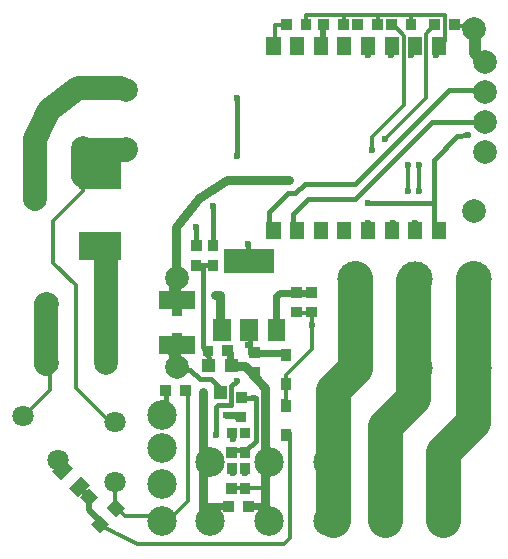
<source format=gbr>
%FSLAX32Y32*%
%MOMM*%
%LNKUPFERSEITE2*%
G71*
G01*
%ADD10C, 2.00*%
%ADD11C, 3.00*%
%ADD12C, 2.50*%
%ADD13C, 3.00*%
%ADD14C, 1.00*%
%ADD15C, 0.80*%
%ADD16C, 0.60*%
%ADD17C, 2.00*%
%ADD18C, 2.00*%
%ADD19C, 0.40*%
%ADD20C, 0.60*%
%ADD21C, 2.00*%
%ADD22C, 1.80*%
%ADD23C, 0.30*%
%ADD24C, 0.50*%
%LPD*%
X5409Y6454D02*
G54D10*
D03*
X5409Y5701D02*
G54D10*
D03*
X6922Y5698D02*
G54D11*
D03*
X6922Y6451D02*
G54D11*
D03*
X7424Y5698D02*
G54D11*
D03*
X7424Y6451D02*
G54D11*
D03*
X7926Y5698D02*
G54D11*
D03*
X7926Y6451D02*
G54D11*
D03*
X5691Y4396D02*
G54D12*
D03*
X5691Y4896D02*
G54D12*
D03*
X6191Y4396D02*
G54D12*
D03*
X6191Y4896D02*
G54D12*
D03*
X6691Y4396D02*
G54D12*
D03*
X6691Y4896D02*
G54D12*
D03*
X7191Y4396D02*
G54D12*
D03*
X7191Y4896D02*
G54D12*
D03*
X7691Y4396D02*
G54D12*
D03*
X7691Y4896D02*
G54D12*
D03*
G54D13*
X7668Y4412D02*
X7668Y4984D01*
X7922Y5238D01*
X7922Y6460D01*
G54D13*
X7414Y6444D02*
X7414Y5444D01*
X7176Y5206D01*
X7176Y4412D01*
G54D13*
X6922Y6460D02*
X6922Y5698D01*
X6731Y5507D01*
X6731Y4412D01*
X5286Y5301D02*
G54D12*
D03*
X5286Y5015D02*
G54D12*
D03*
X5286Y4396D02*
G54D12*
D03*
G36*
X5562Y6344D02*
X5562Y6194D01*
X5262Y6194D01*
X5262Y6344D01*
X5562Y6344D01*
G37*
G36*
X5562Y5964D02*
X5562Y5814D01*
X5262Y5814D01*
X5262Y5964D01*
X5562Y5964D01*
G37*
G36*
X5621Y6777D02*
X5621Y6687D01*
X5531Y6687D01*
X5531Y6777D01*
X5621Y6777D01*
G37*
G36*
X5620Y6610D02*
X5620Y6520D01*
X5530Y6520D01*
X5530Y6610D01*
X5620Y6610D01*
G37*
G36*
X5928Y5658D02*
X5818Y5658D01*
X5818Y5768D01*
X5928Y5768D01*
X5928Y5658D01*
G37*
G36*
X5738Y5658D02*
X5628Y5658D01*
X5628Y5768D01*
X5738Y5768D01*
X5738Y5658D01*
G37*
G36*
X5833Y5436D02*
X5723Y5436D01*
X5723Y5546D01*
X5833Y5546D01*
X5833Y5436D01*
G37*
G54D14*
X5398Y5714D02*
X5398Y5825D01*
X5382Y5841D01*
G54D14*
X5398Y6428D02*
X5398Y6254D01*
G54D15*
X5636Y4396D02*
X5636Y5492D01*
X5636Y5412D02*
G54D16*
D03*
X5636Y5492D02*
G54D16*
D03*
X4985Y8047D02*
G54D17*
D03*
X4985Y7547D02*
G54D17*
D03*
X7931Y8568D02*
G54D17*
D03*
X7931Y7028D02*
G54D17*
D03*
X4811Y6238D02*
G54D18*
D03*
X4811Y5738D02*
G54D18*
D03*
X4311Y6238D02*
G54D18*
D03*
X4311Y5738D02*
G54D18*
D03*
G54D15*
X5401Y6465D02*
X5401Y6888D01*
X5602Y7137D01*
X5835Y7290D01*
X6361Y7290D01*
X6271Y7285D02*
G54D16*
D03*
X6350Y7285D02*
G54D16*
D03*
G36*
X6330Y5921D02*
X6180Y5921D01*
X6180Y6111D01*
X6330Y6111D01*
X6330Y5921D01*
G37*
G36*
X6100Y5920D02*
X5950Y5920D01*
X5950Y6110D01*
X6100Y6110D01*
X6100Y5920D01*
G37*
G36*
X5870Y5920D02*
X5720Y5920D01*
X5720Y6110D01*
X5870Y6110D01*
X5870Y5920D01*
G37*
G36*
X6234Y6497D02*
X5814Y6497D01*
X5814Y6707D01*
X6234Y6707D01*
X6234Y6497D01*
G37*
G54D19*
X5461Y5682D02*
X5524Y5682D01*
X5604Y5603D01*
X5699Y5603D01*
X5763Y5539D01*
G54D19*
X5636Y6571D02*
X5636Y5872D01*
X5699Y5746D01*
G54D20*
X5858Y5825D02*
X5858Y5730D01*
G54D15*
X6160Y4364D02*
X6160Y5523D01*
X5985Y5714D01*
X5874Y5714D01*
X5731Y6317D02*
G54D16*
D03*
G36*
X6114Y5872D02*
X6114Y5782D01*
X6024Y5782D01*
X6024Y5872D01*
X6114Y5872D01*
G37*
G36*
X6113Y5705D02*
X6113Y5615D01*
X6023Y5615D01*
X6023Y5705D01*
X6113Y5705D01*
G37*
G54D19*
X6032Y5952D02*
X6032Y5825D01*
X6017Y5888D02*
G54D16*
D03*
X6017Y6746D02*
G54D16*
D03*
G36*
X6002Y5491D02*
X6002Y5401D01*
X5912Y5401D01*
X5912Y5491D01*
X6002Y5491D01*
G37*
G36*
X6001Y5324D02*
X6001Y5234D01*
X5911Y5234D01*
X5911Y5324D01*
X6001Y5324D01*
G37*
G36*
X6034Y5190D02*
X6034Y5100D01*
X5944Y5100D01*
X5944Y5190D01*
X6034Y5190D01*
G37*
G36*
X6033Y5023D02*
X6033Y4933D01*
X5943Y4933D01*
X5943Y5023D01*
X6033Y5023D01*
G37*
X5826Y5301D02*
G54D16*
D03*
X5985Y5158D02*
G54D16*
D03*
G54D20*
X5826Y5301D02*
X5906Y5301D01*
X5937Y5269D01*
X6064Y5444D02*
G54D16*
D03*
G54D19*
X5969Y5444D02*
X6080Y5444D01*
X6080Y5079D01*
X6001Y4999D01*
X5874Y4999D01*
G54D19*
X6017Y6682D02*
X6017Y6746D01*
X7398Y8349D02*
G54D16*
D03*
X8017Y8285D02*
G54D17*
D03*
X8017Y8031D02*
G54D17*
D03*
X8017Y7777D02*
G54D17*
D03*
X8017Y7523D02*
G54D17*
D03*
G36*
X5764Y6777D02*
X5764Y6687D01*
X5674Y6687D01*
X5674Y6777D01*
X5764Y6777D01*
G37*
G36*
X5763Y6610D02*
X5763Y6520D01*
X5673Y6520D01*
X5673Y6610D01*
X5763Y6610D01*
G37*
G54D19*
X5572Y6571D02*
X5731Y6571D01*
X5572Y6888D02*
G54D16*
D03*
G54D19*
X5572Y6888D02*
X5572Y6746D01*
G54D19*
X6398Y6904D02*
X6398Y7000D01*
X6525Y7127D01*
X6922Y7127D01*
X7572Y7778D01*
X7969Y7778D01*
G54D19*
X6191Y6920D02*
X6191Y7016D01*
X6350Y7174D01*
X6414Y7174D01*
X6493Y7254D01*
X6922Y7254D01*
X7715Y8047D01*
X8001Y8047D01*
G54D19*
X7588Y6936D02*
X7588Y7460D01*
X7787Y7658D01*
X7874Y7666D01*
X7874Y7666D02*
G54D16*
D03*
G36*
X4585Y6611D02*
X4585Y6851D01*
X4935Y6851D01*
X4935Y6611D01*
X4585Y6611D01*
G37*
G36*
X4586Y7213D02*
X4586Y7453D01*
X4936Y7453D01*
X4936Y7213D01*
X4586Y7213D01*
G37*
G54D21*
X4810Y6650D02*
X4810Y5746D01*
G54D21*
X4207Y7127D02*
X4207Y7635D01*
X4326Y7881D01*
X4572Y8063D01*
X4937Y8063D01*
X4620Y8063D02*
G54D17*
D03*
X4620Y7555D02*
G54D17*
D03*
G54D21*
X4620Y7317D02*
X4620Y7539D01*
X4834Y7539D01*
X4985Y7539D01*
X4207Y7127D02*
G54D18*
D03*
X4207Y7627D02*
G54D18*
D03*
X7033Y7095D02*
G54D16*
D03*
G54D19*
X7033Y7095D02*
X7588Y7095D01*
X7033Y6920D02*
G54D16*
D03*
G54D19*
X5715Y7047D02*
X5715Y6746D01*
X5715Y7063D02*
G54D16*
D03*
X7223Y8349D02*
G54D16*
D03*
G36*
X5887Y5796D02*
X5797Y5796D01*
X5797Y5886D01*
X5887Y5886D01*
X5887Y5796D01*
G37*
G36*
X5720Y5795D02*
X5630Y5795D01*
X5630Y5885D01*
X5720Y5885D01*
X5720Y5795D01*
G37*
G36*
X6034Y4888D02*
X6034Y4798D01*
X5944Y4798D01*
X5944Y4888D01*
X6034Y4888D01*
G37*
G36*
X6033Y4721D02*
X6033Y4631D01*
X5943Y4631D01*
X5943Y4721D01*
X6033Y4721D01*
G37*
G36*
X5529Y5460D02*
X5439Y5460D01*
X5439Y5550D01*
X5529Y5550D01*
X5529Y5460D01*
G37*
G36*
X5362Y5461D02*
X5272Y5461D01*
X5272Y5551D01*
X5362Y5551D01*
X5362Y5461D01*
G37*
G54D19*
X5318Y5492D02*
X5318Y5317D01*
X5985Y4809D02*
G54D16*
D03*
G36*
X6062Y4478D02*
X5972Y4478D01*
X5972Y4568D01*
X6062Y4568D01*
X6062Y4478D01*
G37*
G36*
X5895Y4477D02*
X5805Y4477D01*
X5805Y4567D01*
X5895Y4567D01*
X5895Y4477D01*
G37*
G54D20*
X6017Y4523D02*
X6160Y4523D01*
X5286Y4714D02*
G54D12*
D03*
G36*
X5923Y5190D02*
X5923Y5100D01*
X5833Y5100D01*
X5833Y5190D01*
X5923Y5190D01*
G37*
G36*
X5922Y5023D02*
X5922Y4933D01*
X5832Y4933D01*
X5832Y5023D01*
X5922Y5023D01*
G37*
G36*
X5923Y4888D02*
X5923Y4798D01*
X5833Y4798D01*
X5833Y4888D01*
X5923Y4888D01*
G37*
G36*
X5922Y4721D02*
X5922Y4631D01*
X5832Y4631D01*
X5832Y4721D01*
X5922Y4721D01*
G37*
X5890Y4809D02*
G54D16*
D03*
X5890Y5095D02*
G54D16*
D03*
G54D19*
X5747Y5126D02*
X5747Y5364D01*
X5763Y5380D01*
X5874Y5380D01*
X5874Y5539D01*
X5921Y5587D01*
X5921Y5587D02*
G54D16*
D03*
X5747Y5126D02*
G54D16*
D03*
X7033Y8349D02*
G54D16*
D03*
X5921Y7492D02*
G54D16*
D03*
X5921Y7984D02*
G54D16*
D03*
G54D19*
X5921Y7492D02*
X5921Y7984D01*
X4402Y4915D02*
G54D22*
D03*
X4107Y5290D02*
G54D22*
D03*
X4890Y4729D02*
G54D22*
D03*
X4890Y5237D02*
G54D22*
D03*
G54D21*
X4302Y6238D02*
X4302Y5730D01*
G54D23*
X4890Y4714D02*
X4890Y4523D01*
X4969Y4444D01*
X5223Y4444D01*
X5255Y4476D01*
G36*
X4681Y4376D02*
X4758Y4454D01*
X4836Y4376D01*
X4758Y4299D01*
X4681Y4376D01*
G37*
G36*
X4815Y4511D02*
X4893Y4589D01*
X4971Y4511D01*
X4893Y4433D01*
X4815Y4511D01*
G37*
G36*
X4591Y4601D02*
X4669Y4678D01*
X4746Y4601D01*
X4669Y4523D01*
X4591Y4601D01*
G37*
G36*
X4454Y4923D02*
X4532Y4845D01*
X4433Y4746D01*
X4355Y4824D01*
X4454Y4923D01*
G37*
G36*
X4600Y4777D02*
X4677Y4699D01*
X4578Y4600D01*
X4501Y4678D01*
X4600Y4777D01*
G37*
G54D24*
X4588Y4682D02*
X4667Y4602D01*
X4667Y4491D01*
X4778Y4380D01*
G54D23*
X4762Y4364D02*
X4890Y4301D01*
X5080Y4206D01*
X6318Y4206D01*
X6366Y4253D01*
X6366Y5142D01*
G36*
X6380Y5428D02*
X6380Y5323D01*
X6290Y5324D01*
X6290Y5429D01*
X6380Y5428D01*
G37*
G36*
X6380Y5182D02*
X6380Y5077D01*
X6290Y5076D01*
X6290Y5181D01*
X6380Y5182D01*
G37*
G36*
X5459Y6238D02*
X5459Y6133D01*
X5369Y6133D01*
X5369Y6238D01*
X5459Y6238D01*
G37*
G36*
X5459Y5991D02*
X5459Y5886D01*
X5369Y5886D01*
X5369Y5991D01*
X5459Y5991D01*
G37*
G36*
X6381Y6124D02*
X6381Y6214D01*
X6471Y6214D01*
X6471Y6124D01*
X6381Y6124D01*
G37*
G36*
X6380Y6291D02*
X6380Y6381D01*
X6470Y6381D01*
X6470Y6291D01*
X6380Y6291D01*
G37*
G36*
X6508Y6124D02*
X6508Y6214D01*
X6598Y6214D01*
X6598Y6124D01*
X6508Y6124D01*
G37*
G36*
X6507Y6291D02*
X6507Y6381D01*
X6597Y6381D01*
X6597Y6291D01*
X6507Y6291D01*
G37*
G54D23*
X6334Y5364D02*
X6334Y5634D01*
X6556Y5857D01*
X6556Y6158D01*
G54D23*
X6429Y6158D02*
X6540Y6158D01*
X6556Y6063D02*
G54D16*
D03*
X6826Y6904D02*
G54D16*
D03*
X7430Y6920D02*
G54D16*
D03*
G36*
X7805Y8559D02*
X7715Y8559D01*
X7715Y8649D01*
X7805Y8649D01*
X7805Y8559D01*
G37*
G36*
X7638Y8558D02*
X7548Y8558D01*
X7548Y8648D01*
X7638Y8648D01*
X7638Y8558D01*
G37*
G36*
X7439Y8559D02*
X7349Y8559D01*
X7349Y8649D01*
X7439Y8649D01*
X7439Y8559D01*
G37*
G36*
X7272Y8558D02*
X7182Y8558D01*
X7182Y8648D01*
X7272Y8648D01*
X7272Y8558D01*
G37*
G36*
X7154Y8559D02*
X7064Y8559D01*
X7064Y8649D01*
X7154Y8649D01*
X7154Y8559D01*
G37*
G36*
X6987Y8558D02*
X6897Y8558D01*
X6897Y8648D01*
X6987Y8648D01*
X6987Y8558D01*
G37*
G36*
X6868Y8559D02*
X6778Y8559D01*
X6778Y8649D01*
X6868Y8649D01*
X6868Y8559D01*
G37*
G36*
X6701Y8558D02*
X6611Y8558D01*
X6611Y8648D01*
X6701Y8648D01*
X6701Y8558D01*
G37*
G36*
X6550Y8559D02*
X6460Y8559D01*
X6460Y8649D01*
X6550Y8649D01*
X6550Y8559D01*
G37*
G36*
X6383Y8558D02*
X6293Y8558D01*
X6293Y8648D01*
X6383Y8648D01*
X6383Y8558D01*
G37*
G36*
X7570Y6934D02*
X7690Y6934D01*
X7690Y6784D01*
X7570Y6784D01*
X7570Y6934D01*
G37*
G36*
X7370Y6934D02*
X7490Y6934D01*
X7490Y6784D01*
X7370Y6784D01*
X7370Y6934D01*
G37*
G36*
X7170Y6934D02*
X7290Y6934D01*
X7290Y6784D01*
X7170Y6784D01*
X7170Y6934D01*
G37*
G36*
X6970Y6934D02*
X7090Y6934D01*
X7090Y6784D01*
X6970Y6784D01*
X6970Y6934D01*
G37*
G36*
X6770Y6934D02*
X6890Y6934D01*
X6890Y6784D01*
X6770Y6784D01*
X6770Y6934D01*
G37*
G36*
X6570Y6934D02*
X6690Y6934D01*
X6690Y6784D01*
X6570Y6784D01*
X6570Y6934D01*
G37*
G36*
X6370Y6934D02*
X6490Y6934D01*
X6490Y6784D01*
X6370Y6784D01*
X6370Y6934D01*
G37*
G36*
X6170Y6934D02*
X6290Y6934D01*
X6290Y6784D01*
X6170Y6784D01*
X6170Y6934D01*
G37*
G36*
X7570Y8497D02*
X7690Y8497D01*
X7690Y8347D01*
X7570Y8347D01*
X7570Y8497D01*
G37*
G36*
X7370Y8497D02*
X7490Y8497D01*
X7490Y8347D01*
X7370Y8347D01*
X7370Y8497D01*
G37*
G36*
X7170Y8497D02*
X7290Y8497D01*
X7290Y8347D01*
X7170Y8347D01*
X7170Y8497D01*
G37*
G36*
X6970Y8497D02*
X7090Y8497D01*
X7090Y8347D01*
X6970Y8347D01*
X6970Y8497D01*
G37*
G36*
X6770Y8497D02*
X6890Y8497D01*
X6890Y8347D01*
X6770Y8347D01*
X6770Y8497D01*
G37*
G36*
X6570Y8497D02*
X6690Y8497D01*
X6690Y8347D01*
X6570Y8347D01*
X6570Y8497D01*
G37*
G36*
X6370Y8497D02*
X6490Y8497D01*
X6490Y8347D01*
X6370Y8347D01*
X6370Y8497D01*
G37*
G36*
X6170Y8497D02*
X6290Y8497D01*
X6290Y8347D01*
X6170Y8347D01*
X6170Y8497D01*
G37*
G54D23*
X6826Y8603D02*
X6826Y8682D01*
X7112Y8682D01*
X7112Y8619D01*
X7112Y8682D01*
X7398Y8682D01*
X7398Y8619D01*
X7398Y8682D01*
X7684Y8682D01*
X7684Y8460D01*
X7604Y8349D02*
G54D16*
D03*
G54D15*
X5731Y6317D02*
X5778Y6317D01*
X5778Y6063D01*
G54D20*
X6255Y6047D02*
X6255Y6301D01*
X6286Y6333D01*
X6540Y6333D01*
G54D14*
X7938Y8571D02*
X7938Y8365D01*
X8017Y8286D01*
G54D24*
X6652Y8603D02*
X6652Y8460D01*
X7239Y6920D02*
G54D16*
D03*
X7366Y7190D02*
G54D16*
D03*
X7461Y7190D02*
G54D16*
D03*
X7366Y7412D02*
G54D16*
D03*
X7461Y7412D02*
G54D16*
D03*
G54D23*
X7588Y8603D02*
X7525Y8524D01*
X7525Y7984D01*
X7176Y7635D01*
X7064Y7539D02*
G54D16*
D03*
X7176Y7635D02*
G54D16*
D03*
G54D23*
X7366Y7190D02*
X7366Y7412D01*
G54D23*
X7461Y7190D02*
X7461Y7412D01*
G54D23*
X7223Y8587D02*
X7255Y8587D01*
X7334Y8508D01*
X7334Y7920D01*
X7064Y7650D01*
X7064Y7539D01*
G54D23*
X7763Y8587D02*
X7858Y8587D01*
G54D23*
X6842Y8682D02*
X6509Y8682D01*
X6509Y8619D01*
G54D23*
X6334Y8603D02*
X6239Y8603D01*
X6239Y8460D01*
G54D20*
X5683Y4523D02*
X5826Y4523D01*
G54D23*
X5874Y4682D02*
X6160Y4682D01*
G54D23*
X5382Y4428D02*
X5382Y4444D01*
X5509Y4571D01*
X5509Y5460D01*
X5477Y5492D01*
G54D23*
X4112Y5317D02*
X4143Y5317D01*
X4334Y5507D01*
X4334Y5682D01*
G54D23*
X4620Y7238D02*
X4620Y7190D01*
X4366Y6936D01*
X4366Y6587D01*
X4556Y6396D01*
X4556Y5523D01*
X4842Y5238D01*
G36*
X6380Y5857D02*
X6380Y5752D01*
X6290Y5752D01*
X6290Y5857D01*
X6380Y5857D01*
G37*
G36*
X6380Y5610D02*
X6380Y5505D01*
X6290Y5505D01*
X6290Y5610D01*
X6380Y5610D01*
G37*
X6255Y6206D02*
G54D16*
D03*
X6255Y6269D02*
G54D16*
D03*
G54D20*
X6064Y5825D02*
X6318Y5825D01*
M02*

</source>
